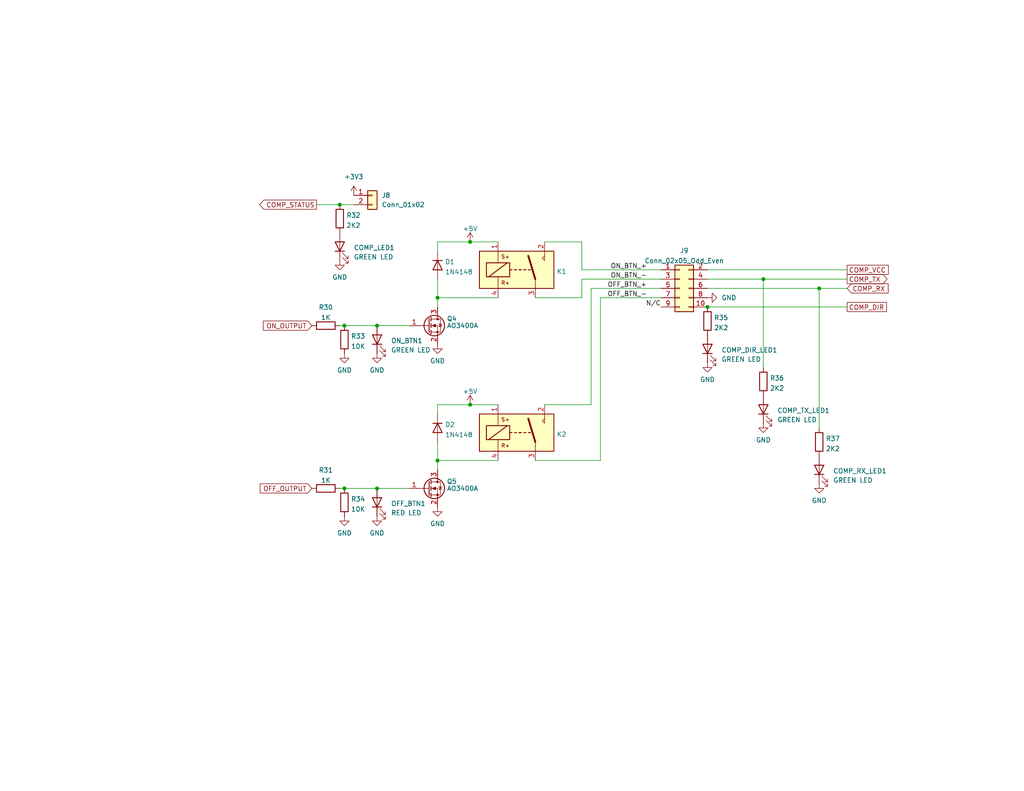
<source format=kicad_sch>
(kicad_sch (version 20211123) (generator eeschema)
  (paper "A")
  (title_block (title "Compressor Control") (date "2022-10-17") (rev "1") (company "i3Detroit"))
  (lib_symbols
    (symbol "Connector_Generic:Conn_01x02" (pin_names (offset 1.016) hide)
      (property "Reference" "J" (at 0 2.54 0))
      (property "Value" "Conn_01x02" (at 0 -5.08 0))
      (symbol "Conn_01x02_1_1"
        (rectangle (start -1.27 -2.413) (end 0 -2.667) (stroke (width 0.1524)))
        (rectangle (start -1.27 0.127) (end 0 -0.127) (stroke (width 0.1524)))
        (rectangle (start -1.27 1.27) (end 1.27 -3.81) (stroke (width 0.254)) (fill (type background)))
        (pin passive line (at -5.08 0 0) (length 3.81) (name "Pin_1") (number "1"))
        (pin passive line (at -5.08 -2.54 0) (length 3.81) (name "Pin_2") (number "2"))
      )
    )
    (symbol "Connector_Generic:Conn_02x05_Odd_Even" (pin_names (offset 1.016) hide)
      (property "Reference" "J" (at 1.27 7.62 0))
      (property "Value" "Conn_02x05_Odd_Even" (at 1.27 -7.62 0))
      (symbol "Conn_02x05_Odd_Even_1_1"
        (rectangle (start -1.27 -4.953) (end 0 -5.207) (stroke (width 0.1524)))
        (rectangle (start -1.27 -2.413) (end 0 -2.667) (stroke (width 0.1524)))
        (rectangle (start -1.27 0.127) (end 0 -0.127) (stroke (width 0.1524)))
        (rectangle (start -1.27 2.667) (end 0 2.413) (stroke (width 0.1524)))
        (rectangle (start -1.27 5.207) (end 0 4.953) (stroke (width 0.1524)))
        (rectangle (start -1.27 6.35) (end 3.81 -6.35) (stroke (width 0.254)) (fill (type background)))
        (rectangle (start 3.81 -4.953) (end 2.54 -5.207) (stroke (width 0.1524)))
        (rectangle (start 3.81 -2.413) (end 2.54 -2.667) (stroke (width 0.1524)))
        (rectangle (start 3.81 0.127) (end 2.54 -0.127) (stroke (width 0.1524)))
        (rectangle (start 3.81 2.667) (end 2.54 2.413) (stroke (width 0.1524)))
        (rectangle (start 3.81 5.207) (end 2.54 4.953) (stroke (width 0.1524)))
        (pin passive line (at -5.08 5.08 0) (length 3.81) (name "Pin_1") (number "1"))
        (pin passive line (at 7.62 -5.08 180) (length 3.81) (name "Pin_10") (number "10"))
        (pin passive line (at 7.62 5.08 180) (length 3.81) (name "Pin_2") (number "2"))
        (pin passive line (at -5.08 2.54 0) (length 3.81) (name "Pin_3") (number "3"))
        (pin passive line (at 7.62 2.54 180) (length 3.81) (name "Pin_4") (number "4"))
        (pin passive line (at -5.08 0 0) (length 3.81) (name "Pin_5") (number "5"))
        (pin passive line (at 7.62 0 180) (length 3.81) (name "Pin_6") (number "6"))
        (pin passive line (at -5.08 -2.54 0) (length 3.81) (name "Pin_7") (number "7"))
        (pin passive line (at 7.62 -2.54 180) (length 3.81) (name "Pin_8") (number "8"))
        (pin passive line (at -5.08 -5.08 0) (length 3.81) (name "Pin_9") (number "9"))
      )
    )
    (symbol "Device:LED" (pin_numbers hide) (pin_names (offset 1.016) hide)
      (property "Reference" "D" (at 0 2.54 0))
      (property "Value" "LED" (at 0 -2.54 0))
      (symbol "LED_0_1"
        (polyline (pts (xy -1.27 -1.27) (xy -1.27 1.27)) (stroke (width 0.254)))
        (polyline (pts (xy -1.27 0) (xy 1.27 0)))
        (polyline (pts (xy 1.27 -1.27) (xy 1.27 1.27) (xy -1.27 0) (xy 1.27 -1.27)) (stroke (width 0.254)))
        (polyline (pts (xy -3.048 -0.762) (xy -4.572 -2.286) (xy -3.81 -2.286) (xy -4.572 -2.286) (xy -4.572 -1.524)))
        (polyline (pts (xy -1.778 -0.762) (xy -3.302 -2.286) (xy -2.54 -2.286) (xy -3.302 -2.286) (xy -3.302 -1.524)))
      )
      (symbol "LED_1_1"
        (pin passive line (at -3.81 0 0) (length 2.54) (name "K") (number "1"))
        (pin passive line (at 3.81 0 180) (length 2.54) (name "A") (number "2"))
      )
    )
    (symbol "Device:R" (pin_numbers hide) (pin_names (offset 0))
      (property "Reference" "R" (at 2.032 0 90))
      (property "Value" "R" (at 0 0 90))
      (symbol "R_0_1"
        (rectangle (start -1.016 -2.54) (end 1.016 2.54) (stroke (width 0.254)))
      )
      (symbol "R_1_1"
        (pin passive line (at 0 3.81 270) (length 1.27) (name "~") (number "1"))
        (pin passive line (at 0 -3.81 90) (length 1.27) (name "~") (number "2"))
      )
    )
    (symbol "Diode:1N4148" (pin_numbers hide) (pin_names (offset 1.016) hide)
      (property "Reference" "D" (at 0 2.54 0))
      (property "Value" "1N4148" (at 0 -2.54 0))
      (symbol "1N4148_0_1"
        (polyline (pts (xy -1.27 1.27) (xy -1.27 -1.27)) (stroke (width 0.254)))
        (polyline (pts (xy 1.27 0) (xy -1.27 0)))
        (polyline (pts (xy 1.27 1.27) (xy 1.27 -1.27) (xy -1.27 0) (xy 1.27 1.27)) (stroke (width 0.254)))
      )
      (symbol "1N4148_1_1"
        (pin passive line (at -3.81 0 0) (length 2.54) (name "K") (number "1"))
        (pin passive line (at 3.81 0 180) (length 2.54) (name "A") (number "2"))
      )
    )
    (symbol "Evan's misc parts:sonoff_relay"
      (property "Reference" "K" (at 11.43 1.27 0))
      (symbol "sonoff_relay_1_1"
        (rectangle (start -10.16 5.08) (end 10.16 -5.08) (stroke (width 0.254)) (fill (type background)))
        (rectangle (start -8.255 1.905) (end -1.905 -1.905) (stroke (width 0.254)))
        (polyline (pts (xy -7.62 -1.905) (xy -2.54 1.905)) (stroke (width 0.254)))
        (polyline (pts (xy -5.08 -5.08) (xy -5.08 -1.905)))
        (polyline (pts (xy -5.08 5.08) (xy -5.08 1.905)))
        (polyline (pts (xy -1.905 0) (xy -1.27 0)) (stroke (width 0.254)))
        (polyline (pts (xy -0.635 0) (xy 0 0)) (stroke (width 0.254)))
        (polyline (pts (xy 0.635 0) (xy 1.27 0)) (stroke (width 0.254)))
        (polyline (pts (xy 0.635 0) (xy 1.27 0)) (stroke (width 0.254)))
        (polyline (pts (xy 1.905 0) (xy 2.54 0)) (stroke (width 0.254)))
        (polyline (pts (xy 3.175 0) (xy 3.81 0)) (stroke (width 0.254)))
        (polyline (pts (xy 5.08 -2.54) (xy 3.175 3.81)) (stroke (width 0.508)))
        (polyline (pts (xy 5.08 -2.54) (xy 5.08 -5.08)))
        (polyline (pts (xy 7.62 3.81) (xy 7.62 5.08)))
        (polyline (pts (xy 7.62 3.81) (xy 7.62 2.54) (xy 6.985 3.175) (xy 7.62 3.81)))
        (text "R+" (at -3.048 -3.556 0) (effects (font (size 1.016 1.016))))
        (text "S+" (at -3.048 3.556 0) (effects (font (size 1.016 1.016))))
        (pin passive line (at -5.08 7.62 270) (length 2.54) (name "~") (number "1"))
        (pin passive line (at 7.62 7.62 270) (length 2.54) (name "~") (number "2"))
        (pin passive line (at 5.08 -7.62 90) (length 2.54) (name "~") (number "3"))
        (pin passive line (at -5.08 -7.62 90) (length 2.54) (name "~") (number "4"))
      )
    )
    (symbol "Transistor_FET:AO3400A" (pin_names hide)
      (property "Reference" "Q" (at 5.08 1.905 0))
      (property "Value" "AO3400A" (at 5.08 0 0))
      (symbol "AO3400A_0_1"
        (polyline (pts (xy 0.254 0) (xy -2.54 0)))
        (polyline (pts (xy 0.254 1.905) (xy 0.254 -1.905)) (stroke (width 0.254)))
        (polyline (pts (xy 0.762 -1.27) (xy 0.762 -2.286)) (stroke (width 0.254)))
        (polyline (pts (xy 0.762 0.508) (xy 0.762 -0.508)) (stroke (width 0.254)))
        (polyline (pts (xy 0.762 2.286) (xy 0.762 1.27)) (stroke (width 0.254)))
        (polyline (pts (xy 2.54 2.54) (xy 2.54 1.778)))
        (polyline (pts (xy 2.54 -2.54) (xy 2.54 0) (xy 0.762 0)))
        (polyline (pts (xy 0.762 -1.778) (xy 3.302 -1.778) (xy 3.302 1.778) (xy 0.762 1.778)))
        (polyline (pts (xy 1.016 0) (xy 2.032 0.381) (xy 2.032 -0.381) (xy 1.016 0)) (fill (type outline)))
        (polyline (pts (xy 2.794 0.508) (xy 2.921 0.381) (xy 3.683 0.381) (xy 3.81 0.254)))
        (polyline (pts (xy 3.302 0.381) (xy 2.921 -0.254) (xy 3.683 -0.254) (xy 3.302 0.381)))
        (circle (center 1.651 0) (radius 2.794) (stroke (width 0.254)))
        (circle (center 2.54 -1.778) (radius 0.254) (fill (type outline)))
        (circle (center 2.54 1.778) (radius 0.254) (fill (type outline)))
      )
      (symbol "AO3400A_1_1"
        (pin input line (at -5.08 0 0) (length 2.54) (name "G") (number "1"))
        (pin passive line (at 2.54 -5.08 90) (length 2.54) (name "S") (number "2"))
        (pin passive line (at 2.54 5.08 270) (length 2.54) (name "D") (number "3"))
      )
    )
    (symbol "power:+3V3" (power) (pin_names (offset 0))
      (property "Value" "+3V3" (at 0 3.556 0))
      (symbol "+3V3_0_1"
        (polyline (pts (xy -0.762 1.27) (xy 0 2.54)))
        (polyline (pts (xy 0 0) (xy 0 2.54)))
        (polyline (pts (xy 0 2.54) (xy 0.762 1.27)))
      )
      (symbol "+3V3_1_1"
        (pin power_in line (at 0 0 90) (length 0) hide (name "+3V3") (number "1"))
      )
    )
    (symbol "power:+5V" (power) (pin_names (offset 0))
      (property "Value" "+5V" (at 0 3.556 0))
      (symbol "+5V_0_1"
        (polyline (pts (xy -0.762 1.27) (xy 0 2.54)))
        (polyline (pts (xy 0 0) (xy 0 2.54)))
        (polyline (pts (xy 0 2.54) (xy 0.762 1.27)))
      )
      (symbol "+5V_1_1"
        (pin power_in line (at 0 0 90) (length 0) hide (name "+5V") (number "1"))
      )
    )
    (symbol "power:GND" (power) (pin_names (offset 0))
      (property "Value" "GND" (at 0 -3.81 0))
      (symbol "GND_0_1"
        (polyline (pts (xy 0 0) (xy 0 -1.27) (xy 1.27 -1.27) (xy 0 -2.54) (xy -1.27 -1.27) (xy 0 -1.27)))
      )
      (symbol "GND_1_1"
        (pin power_in line (at 0 0 270) (length 0) hide (name "GND") (number "1"))
      )
    )
  )
  (junction (at 119.38 81.28))
  (junction (at 208.28 76.2))
  (junction (at 102.87 88.9))
  (junction (at 119.38 125.73))
  (junction (at 93.98 88.9))
  (junction (at 92.71 55.88))
  (junction (at 128.27 66.04))
  (junction (at 223.52 78.74))
  (junction (at 102.87 133.35))
  (junction (at 128.27 110.49))
  (junction (at 193.04 83.82))
  (junction (at 93.98 133.35))
  (wire (pts (xy 163.83 81.28) (xy 163.83 125.73)))
  (wire (pts (xy 193.04 78.74) (xy 223.52 78.74)))
  (wire (pts (xy 135.89 110.49) (xy 128.27 110.49)))
  (wire (pts (xy 161.29 78.74) (xy 161.29 110.49)))
  (wire (pts (xy 92.71 88.9) (xy 93.98 88.9)))
  (wire (pts (xy 102.87 88.9) (xy 111.76 88.9)))
  (wire (pts (xy 119.38 81.28) (xy 119.38 83.82)))
  (wire (pts (xy 135.89 66.04) (xy 128.27 66.04)))
  (wire (pts (xy 135.89 81.28) (xy 119.38 81.28)))
  (wire (pts (xy 93.98 133.35) (xy 102.87 133.35)))
  (wire (pts (xy 119.38 120.65) (xy 119.38 125.73)))
  (wire (pts (xy 119.38 125.73) (xy 119.38 128.27)))
  (wire (pts (xy 92.71 133.35) (xy 93.98 133.35)))
  (wire (pts (xy 223.52 78.74) (xy 231.14 78.74)))
  (wire (pts (xy 158.75 73.66) (xy 158.75 66.04)))
  (wire (pts (xy 119.38 76.2) (xy 119.38 81.28)))
  (wire (pts (xy 180.34 78.74) (xy 161.29 78.74)))
  (wire (pts (xy 180.34 76.2) (xy 158.75 76.2)))
  (wire (pts (xy 180.34 73.66) (xy 158.75 73.66)))
  (wire (pts (xy 180.34 81.28) (xy 163.83 81.28)))
  (wire (pts (xy 193.04 76.2) (xy 208.28 76.2)))
  (wire (pts (xy 158.75 81.28) (xy 146.05 81.28)))
  (wire (pts (xy 102.87 133.35) (xy 111.76 133.35)))
  (wire (pts (xy 92.71 55.88) (xy 96.52 55.88)))
  (wire (pts (xy 128.27 110.49) (xy 119.38 110.49)))
  (wire (pts (xy 93.98 88.9) (xy 102.87 88.9)))
  (wire (pts (xy 135.89 125.73) (xy 119.38 125.73)))
  (wire (pts (xy 161.29 110.49) (xy 148.59 110.49)))
  (wire (pts (xy 193.04 83.82) (xy 231.14 83.82)))
  (wire (pts (xy 208.28 76.2) (xy 208.28 100.33)))
  (wire (pts (xy 119.38 110.49) (xy 119.38 113.03)))
  (wire (pts (xy 223.52 78.74) (xy 223.52 116.84)))
  (wire (pts (xy 193.04 73.66) (xy 231.14 73.66)))
  (wire (pts (xy 158.75 66.04) (xy 148.59 66.04)))
  (wire (pts (xy 119.38 66.04) (xy 119.38 68.58)))
  (wire (pts (xy 208.28 76.2) (xy 231.14 76.2)))
  (wire (pts (xy 158.75 76.2) (xy 158.75 81.28)))
  (wire (pts (xy 86.36 55.88) (xy 92.71 55.88)))
  (wire (pts (xy 128.27 66.04) (xy 119.38 66.04)))
  (wire (pts (xy 163.83 125.73) (xy 146.05 125.73)))
  (label "OFF_BTN_+" (at 176.53 78.74 180))
  (label "ON_BTN_-" (at 176.53 76.2 180))
  (label "OFF_BTN_-" (at 176.53 81.28 180))
  (label "ON_BTN_+" (at 176.53 73.66 180))
  (label "N{slash}C" (at 180.34 83.82 180))
  (global_label "COMP_VCC" (shape passive) (at 231.14 73.66 0) (property "Intersheet References" "${INTERSHEET_REFS}" (at 243.4712 73.5806 0) (effects (justify left))))
  (global_label "COMP_RX" (shape input) (at 231.14 78.74 0) (property "Intersheet References" "${INTERSHEET_REFS}" (at 242.3221 78.6606 0) (effects (justify left))))
  (global_label "ON_OUTPUT" (shape input) (at 85.09 88.9 180) (property "Intersheet References" "${INTERSHEET_REFS}" (at 71.8517 88.8206 0) (effects (justify right))))
  (global_label "COMP_TX" (shape output) (at 231.14 76.2 0) (property "Intersheet References" "${INTERSHEET_REFS}" (at 242.0198 76.1206 0) (effects (justify left))))
  (global_label "COMP_DIR" (shape passive) (at 231.14 83.82 0) (property "Intersheet References" "${INTERSHEET_REFS}" (at 242.9874 83.7406 0) (effects (justify left))))
  (global_label "OFF_OUTPUT" (shape input) (at 85.09 133.35 180) (property "Intersheet References" "${INTERSHEET_REFS}" (at 71.005 133.2706 0) (effects (justify right))))
  (global_label "COMP_STATUS" (shape output) (at 86.36 55.88 180) (property "Intersheet References" "${INTERSHEET_REFS}" (at 70.884 55.8006 0) (effects (justify right))))
  (symbol (lib_id "Device:R") (at 208.28 104.14 0) (unit 1)
    (property "Reference" "R36" (at 210.058 103.2315 0) (effects (justify left)))
    (property "Value" "2K2" (at 210.058 106.0066 0) (effects (justify left)))
    (property "Footprint" "Resistor_SMD:R_0603_1608Metric" (effects hide))
  )
  (symbol (lib_id "Device:R") (at 93.98 92.71 0) (unit 1)
    (property "Reference" "R33" (at 95.758 91.8015 0) (effects (justify left)))
    (property "Value" "10K" (at 95.758 94.5766 0) (effects (justify left)))
    (property "Footprint" "Resistor_SMD:R_0603_1608Metric" (effects hide))
  )
  (symbol (lib_id "Device:LED") (at 223.52 128.27 90) (unit 1)
    (property "Reference" "COMP_RX_LED1" (at 227.33 128.5874 90) (effects (justify right)))
    (property "Value" "GREEN LED" (at 227.33 131.1274 90) (effects (justify right)))
    (property "Footprint" "LED_SMD:LED_0603_1608Metric" (effects hide))
  )
  (symbol (lib_id "power:+5V") (at 128.27 110.49 0) (unit 1)
    (property "Reference" "#PWR087" (effects hide))
    (property "Value" "+5V" (at 128.27 106.8855 0))
  )
  (symbol (lib_id "power:+5V") (at 128.27 66.04 0) (unit 1)
    (property "Reference" "#PWR086" (effects hide))
    (property "Value" "+5V" (at 128.27 62.4355 0))
  )
  (symbol (lib_id "Evan's misc parts:sonoff_relay") (at 140.97 118.11 0) (unit 1)
    (property "Reference" "K2" (at 151.892 118.589 0) (effects (justify left)))
    (property "Value" "sonoff_relay" (effects hide))
    (property "Footprint" "Evan's misc parts:sonoff relay" (effects hide))
    (property "Datasheet" "https://datasheet.lcsc.com/lcsc/1810271712_HF-Xiamen-Hongfa-Electroacoustic-HF32F-G-005-HS_C74541.pdf" (effects hide))
  )
  (symbol (lib_id "Connector_Generic:Conn_01x02") (at 101.6 53.34 0) (unit 1)
    (property "Reference" "J8" (at 104.14 53.3399 0) (effects (justify left)))
    (property "Value" "Conn_01x02" (at 104.14 55.8799 0) (effects (justify left)))
    (property "Footprint" "Connector_JST:JST_PH_B2B-PH-K_1x02_P2.00mm_Vertical" (effects hide))
  )
  (symbol (lib_id "Device:LED") (at 193.04 95.25 90) (unit 1)
    (property "Reference" "COMP_DIR_LED1" (at 196.85 95.5674 90) (effects (justify right)))
    (property "Value" "GREEN LED" (at 196.85 98.1074 90) (effects (justify right)))
    (property "Footprint" "LED_SMD:LED_0603_1608Metric" (effects hide))
  )
  (symbol (lib_id "Device:R") (at 223.52 120.65 0) (unit 1)
    (property "Reference" "R37" (at 225.298 119.7415 0) (effects (justify left)))
    (property "Value" "2K2" (at 225.298 122.5166 0) (effects (justify left)))
    (property "Footprint" "Resistor_SMD:R_0603_1608Metric" (effects hide))
  )
  (symbol (lib_id "Transistor_FET:AO3400A") (at 116.84 133.35 0) (unit 1)
    (property "Reference" "Q5" (at 121.92 131.445 0) (effects (justify left)))
    (property "Value" "AO3400A" (at 121.92 133.35 0) (effects (justify left)))
    (property "Footprint" "Package_TO_SOT_SMD:SOT-23" (effects hide))
    (property "Datasheet" "http://www.aosmd.com/pdfs/datasheet/AO3400A.pdf" (effects hide))
  )
  (symbol (lib_id "power:GND") (at 193.04 81.28 90) (unit 1)
    (property "Reference" "#PWR088" (effects hide))
    (property "Value" "GND" (at 196.85 81.28 90) (effects (justify right)))
  )
  (symbol (lib_id "Device:R") (at 92.71 59.69 0) (unit 1)
    (property "Reference" "R32" (at 94.488 58.7815 0) (effects (justify left)))
    (property "Value" "2K2" (at 94.488 61.5566 0) (effects (justify left)))
    (property "Footprint" "Resistor_SMD:R_0603_1608Metric" (effects hide))
  )
  (symbol (lib_id "Device:LED") (at 92.71 67.31 90) (unit 1)
    (property "Reference" "COMP_LED1" (at 96.52 67.6274 90) (effects (justify right)))
    (property "Value" "GREEN LED" (at 96.52 70.1674 90) (effects (justify right)))
    (property "Footprint" "LED_SMD:LED_0603_1608Metric" (effects hide))
  )
  (symbol (lib_id "power:+3V3") (at 96.52 53.34 0) (unit 1)
    (property "Reference" "#PWR081" (effects hide))
    (property "Value" "+3V3" (at 96.52 48.26 0))
  )
  (symbol (lib_id "Connector_Generic:Conn_02x05_Odd_Even") (at 185.42 78.74 0) (unit 1)
    (property "Reference" "J9" (at 186.69 68.4235 0))
    (property "Value" "Conn_02x05_Odd_Even" (at 186.69 71.1986 0))
    (property "Footprint" "Connector_IDC:IDC-Header_2x05_P2.54mm_Vertical" (effects hide))
  )
  (symbol (lib_id "Device:LED") (at 102.87 92.71 90) (unit 1)
    (property "Reference" "ON_BTN1" (at 106.68 93.0274 90) (effects (justify right)))
    (property "Value" "GREEN LED" (at 106.68 95.5674 90) (effects (justify right)))
    (property "Footprint" "LED_SMD:LED_0603_1608Metric" (effects hide))
  )
  (symbol (lib_id "power:GND") (at 119.38 138.43 0) (unit 1)
    (property "Reference" "#PWR085" (effects hide))
    (property "Value" "GND" (at 119.38 142.9925 0))
  )
  (symbol (lib_id "Device:R") (at 93.98 137.16 0) (unit 1)
    (property "Reference" "R34" (at 95.758 136.2515 0) (effects (justify left)))
    (property "Value" "10K" (at 95.758 139.0266 0) (effects (justify left)))
    (property "Footprint" "Resistor_SMD:R_0603_1608Metric" (effects hide))
  )
  (symbol (lib_id "power:GND") (at 208.28 115.57 0) (unit 1)
    (property "Reference" "#PWR090" (effects hide))
    (property "Value" "GND" (at 208.28 120.1325 0))
  )
  (symbol (lib_id "Diode:1N4148") (at 119.38 116.84 270) (unit 1)
    (property "Reference" "D2" (at 121.412 115.9315 90) (effects (justify left)))
    (property "Value" "1N4148" (at 121.412 118.7066 90) (effects (justify left)))
    (property "Footprint" "Diode_SMD:D_SOD-123F" (effects hide))
    (property "Datasheet" "https://assets.nexperia.com/documents/data-sheet/1N4148_1N4448.pdf" (effects hide))
  )
  (symbol (lib_id "power:GND") (at 102.87 96.52 0) (unit 1)
    (property "Reference" "#PWR082" (effects hide))
    (property "Value" "GND" (at 102.87 101.0825 0))
  )
  (symbol (lib_id "Diode:1N4148") (at 119.38 72.39 270) (unit 1)
    (property "Reference" "D1" (at 121.412 71.4815 90) (effects (justify left)))
    (property "Value" "1N4148" (at 121.412 74.2566 90) (effects (justify left)))
    (property "Footprint" "Diode_SMD:D_SOD-123F" (effects hide))
    (property "Datasheet" "https://assets.nexperia.com/documents/data-sheet/1N4148_1N4448.pdf" (effects hide))
  )
  (symbol (lib_id "Device:R") (at 193.04 87.63 0) (unit 1)
    (property "Reference" "R35" (at 194.818 86.7215 0) (effects (justify left)))
    (property "Value" "2K2" (at 194.818 89.4966 0) (effects (justify left)))
    (property "Footprint" "Resistor_SMD:R_0603_1608Metric" (effects hide))
  )
  (symbol (lib_id "Transistor_FET:AO3400A") (at 116.84 88.9 0) (unit 1)
    (property "Reference" "Q4" (at 121.92 86.995 0) (effects (justify left)))
    (property "Value" "AO3400A" (at 121.92 88.9 0) (effects (justify left)))
    (property "Footprint" "Package_TO_SOT_SMD:SOT-23" (effects hide))
    (property "Datasheet" "http://www.aosmd.com/pdfs/datasheet/AO3400A.pdf" (effects hide))
  )
  (symbol (lib_id "Device:LED") (at 102.87 137.16 90) (unit 1)
    (property "Reference" "OFF_BTN1" (at 106.68 137.4774 90) (effects (justify right)))
    (property "Value" "RED LED" (at 106.68 140.0174 90) (effects (justify right)))
    (property "Footprint" "LED_SMD:LED_0603_1608Metric" (effects hide))
  )
  (symbol (lib_id "power:GND") (at 93.98 140.97 0) (unit 1)
    (property "Reference" "#PWR080" (effects hide))
    (property "Value" "GND" (at 93.98 145.5325 0))
  )
  (symbol (lib_id "Device:R") (at 88.9 133.35 90) (unit 1)
    (property "Reference" "R31" (at 88.9 128.3675 90))
    (property "Value" "1K" (at 88.9 131.1426 90))
    (property "Footprint" "Resistor_SMD:R_0603_1608Metric" (effects hide))
  )
  (symbol (lib_id "power:GND") (at 92.71 71.12 0) (unit 1)
    (property "Reference" "#PWR078" (effects hide))
    (property "Value" "GND" (at 92.71 75.6825 0))
  )
  (symbol (lib_id "Evan's misc parts:sonoff_relay") (at 140.97 73.66 0) (unit 1)
    (property "Reference" "K1" (at 151.892 74.139 0) (effects (justify left)))
    (property "Value" "sonoff_relay" (effects hide))
    (property "Footprint" "Evan's misc parts:sonoff relay" (effects hide))
    (property "Datasheet" "https://datasheet.lcsc.com/lcsc/1810271712_HF-Xiamen-Hongfa-Electroacoustic-HF32F-G-005-HS_C74541.pdf" (effects hide))
  )
  (symbol (lib_id "Device:R") (at 88.9 88.9 90) (unit 1)
    (property "Reference" "R30" (at 88.9 83.9175 90))
    (property "Value" "1K" (at 88.9 86.6926 90))
    (property "Footprint" "Resistor_SMD:R_0603_1608Metric" (effects hide))
  )
  (symbol (lib_id "power:GND") (at 93.98 96.52 0) (unit 1)
    (property "Reference" "#PWR079" (effects hide))
    (property "Value" "GND" (at 93.98 101.0825 0))
  )
  (symbol (lib_id "power:GND") (at 102.87 140.97 0) (unit 1)
    (property "Reference" "#PWR083" (effects hide))
    (property "Value" "GND" (at 102.87 145.5325 0))
  )
  (symbol (lib_id "Device:LED") (at 208.28 111.76 90) (unit 1)
    (property "Reference" "COMP_TX_LED1" (at 212.09 112.0774 90) (effects (justify right)))
    (property "Value" "GREEN LED" (at 212.09 114.6174 90) (effects (justify right)))
    (property "Footprint" "LED_SMD:LED_0603_1608Metric" (effects hide))
  )
  (symbol (lib_id "power:GND") (at 223.52 132.08 0) (unit 1)
    (property "Reference" "#PWR091" (effects hide))
    (property "Value" "GND" (at 223.52 136.6425 0))
  )
  (symbol (lib_id "power:GND") (at 193.04 99.06 0) (unit 1)
    (property "Reference" "#PWR089" (effects hide))
    (property "Value" "GND" (at 193.04 103.6225 0))
  )
  (symbol (lib_id "power:GND") (at 119.38 93.98 0) (unit 1)
    (property "Reference" "#PWR084" (effects hide))
    (property "Value" "GND" (at 119.38 98.5425 0))
  )
)
</source>
